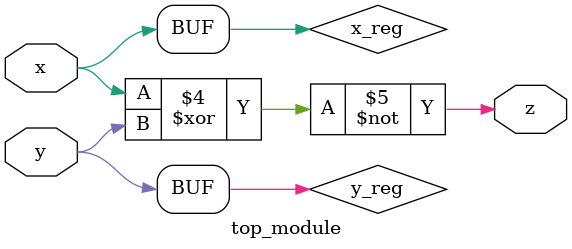
<source format=sv>
module top_module(
	input x,
	input y,
	output z);

	reg x_reg;
	reg y_reg;

	always @(x) begin
		x_reg <= x;
	end

	always @(y) begin
		y_reg <= y;
	end

	// Adding missing 'always' block to update the output
	always @(x_reg or y_reg) begin
		z <= ~(x_reg ^ y_reg); // Adding missing parentheses around (x_reg ^ y_reg)
	end

endmodule

</source>
